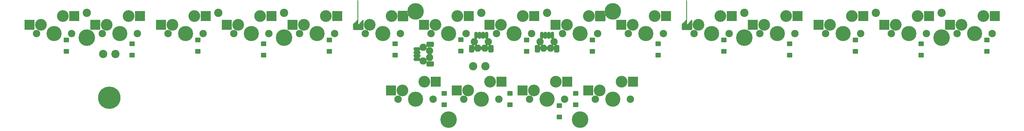
<source format=gbs>
G04 #@! TF.GenerationSoftware,KiCad,Pcbnew,7.0.1-0*
G04 #@! TF.CreationDate,2023-04-11T18:10:33+09:00*
G04 #@! TF.ProjectId,Sandy_Top_with_Plate_Mid,53616e64-795f-4546-9f70-5f776974685f,v.0*
G04 #@! TF.SameCoordinates,Original*
G04 #@! TF.FileFunction,Soldermask,Bot*
G04 #@! TF.FilePolarity,Negative*
%FSLAX46Y46*%
G04 Gerber Fmt 4.6, Leading zero omitted, Abs format (unit mm)*
G04 Created by KiCad (PCBNEW 7.0.1-0) date 2023-04-11 18:10:33*
%MOMM*%
%LPD*%
G01*
G04 APERTURE LIST*
G04 Aperture macros list*
%AMRoundRect*
0 Rectangle with rounded corners*
0 $1 Rounding radius*
0 $2 $3 $4 $5 $6 $7 $8 $9 X,Y pos of 4 corners*
0 Add a 4 corners polygon primitive as box body*
4,1,4,$2,$3,$4,$5,$6,$7,$8,$9,$2,$3,0*
0 Add four circle primitives for the rounded corners*
1,1,$1+$1,$2,$3*
1,1,$1+$1,$4,$5*
1,1,$1+$1,$6,$7*
1,1,$1+$1,$8,$9*
0 Add four rect primitives between the rounded corners*
20,1,$1+$1,$2,$3,$4,$5,0*
20,1,$1+$1,$4,$5,$6,$7,0*
20,1,$1+$1,$6,$7,$8,$9,0*
20,1,$1+$1,$8,$9,$2,$3,0*%
%AMFreePoly0*
4,1,57,1.326539,1.494775,1.368965,1.477201,1.433847,1.433847,1.477201,1.368965,1.494775,1.326539,1.510000,1.250000,1.510000,-1.250000,1.494775,-1.326539,1.477201,-1.368965,1.433847,-1.433847,1.368965,-1.477201,1.326539,-1.494775,1.250000,-1.510000,-1.250000,-1.510000,-1.326539,-1.494775,-1.368965,-1.477201,-1.433847,-1.433847,-1.477201,-1.368965,-1.494775,-1.326539,-1.510000,-1.250000,
-1.510000,0.150000,-1.506375,0.168213,-1.507388,0.186757,-1.496557,0.217547,-1.494762,0.226571,-1.493045,0.230714,-1.492068,0.230309,-1.481490,0.260385,-1.479044,0.264515,-1.477203,0.268961,-1.459488,0.295471,-1.460397,0.296009,-1.458113,0.299868,-1.451973,0.306716,-1.433838,0.333856,-1.418396,0.344171,-1.406000,0.358000,-0.834420,0.786683,-0.356082,1.408525,-0.343294,1.419710,
-0.333856,1.433839,-0.305418,1.452841,-0.297324,1.459922,-0.293764,1.461971,-0.293206,1.461001,-0.268964,1.477201,-0.263076,1.479639,-0.257549,1.482822,-0.229948,1.492152,-0.230376,1.493185,-0.226581,1.494758,-0.216031,1.496857,-0.183614,1.507817,-0.166661,1.506683,-0.150000,1.510000,1.250000,1.510000,1.326539,1.494775,1.326539,1.494775,$1*%
%AMFreePoly1*
4,1,37,1.076539,1.494775,1.118965,1.477201,1.183847,1.433847,1.227201,1.368965,1.244775,1.326539,1.260000,1.250000,1.260000,0.806318,1.486695,0.307589,1.492928,0.280996,1.494770,0.276551,1.499259,0.253985,1.504507,0.231598,1.504669,0.226791,1.510000,0.200000,1.510000,-1.250000,1.494775,-1.326539,1.477201,-1.368965,1.433847,-1.433847,1.368965,-1.477201,1.326539,-1.494775,
1.250000,-1.510000,-1.250000,-1.510000,-1.326539,-1.494775,-1.368965,-1.477201,-1.433847,-1.433847,-1.477201,-1.368965,-1.494775,-1.326539,-1.510000,-1.250000,-1.510000,1.250000,-1.494775,1.326539,-1.477201,1.368965,-1.433847,1.433847,-1.368965,1.477201,-1.326539,1.494775,-1.250000,1.510000,1.000000,1.510000,1.076539,1.494775,1.076539,1.494775,$1*%
G04 Aperture macros list end*
%ADD10C,2.150000*%
%ADD11C,3.400000*%
%ADD12C,4.387800*%
%ADD13RoundRect,0.200000X-1.275000X-1.250000X1.275000X-1.250000X1.275000X1.250000X-1.275000X1.250000X0*%
%ADD14C,6.496000*%
%ADD15FreePoly0,0.000000*%
%ADD16FreePoly1,0.000000*%
%ADD17C,4.800000*%
%ADD18RoundRect,0.200000X0.600000X-0.450000X0.600000X0.450000X-0.600000X0.450000X-0.600000X-0.450000X0*%
%ADD19C,2.400000*%
%ADD20O,2.100000X2.100000*%
%ADD21RoundRect,0.350000X0.150000X0.625000X-0.150000X0.625000X-0.150000X-0.625000X0.150000X-0.625000X0*%
%ADD22RoundRect,0.450000X0.350000X0.650000X-0.350000X0.650000X-0.350000X-0.650000X0.350000X-0.650000X0*%
%ADD23RoundRect,0.350000X-0.625000X0.150000X-0.625000X-0.150000X0.625000X-0.150000X0.625000X0.150000X0*%
%ADD24RoundRect,0.450000X-0.650000X0.350000X-0.650000X-0.350000X0.650000X-0.350000X0.650000X0.350000X0*%
G04 APERTURE END LIST*
D10*
X162425310Y-46053405D03*
D11*
X163695310Y-43513405D03*
D12*
X167505310Y-46053405D03*
D11*
X170045310Y-40973405D03*
D10*
X172585310Y-46053405D03*
D13*
X160420310Y-43513405D03*
X173347310Y-40973405D03*
D10*
X76700310Y-27003405D03*
D11*
X77970310Y-24463405D03*
D12*
X81780310Y-27003405D03*
D11*
X84320310Y-21923405D03*
D10*
X86860310Y-27003405D03*
D13*
X74695310Y-24463405D03*
X87622310Y-21923405D03*
D10*
X124325310Y-46053405D03*
D11*
X125595310Y-43513405D03*
D12*
X129405310Y-46053405D03*
D11*
X131945310Y-40973405D03*
D10*
X134485310Y-46053405D03*
D13*
X122320310Y-43513405D03*
X135247310Y-40973405D03*
D10*
X191000310Y-27003405D03*
D11*
X192270310Y-24463405D03*
D12*
X196080310Y-27003405D03*
D11*
X198620310Y-21923405D03*
D10*
X201160310Y-27003405D03*
D13*
X188995310Y-24463405D03*
X201922310Y-21923405D03*
D14*
X40632310Y-45672405D03*
D10*
X57650310Y-27003405D03*
D11*
X58920310Y-24463405D03*
D12*
X62730310Y-27003405D03*
D11*
X65270310Y-21923405D03*
D10*
X67810310Y-27003405D03*
D13*
X55645310Y-24463405D03*
X68572310Y-21923405D03*
D10*
X152828435Y-27003405D03*
D11*
X154098435Y-24463405D03*
D12*
X157908435Y-27003405D03*
D11*
X160448435Y-21923405D03*
D10*
X162988435Y-27003405D03*
D13*
X150823435Y-24463405D03*
X163750435Y-21923405D03*
D10*
X229100310Y-27003405D03*
D11*
X230370310Y-24463405D03*
D12*
X234180310Y-27003405D03*
D11*
X236720310Y-21923405D03*
D10*
X239260310Y-27003405D03*
D13*
X227095310Y-24463405D03*
X240022310Y-21923405D03*
D10*
X114800310Y-27003405D03*
D11*
X116070310Y-24463405D03*
D12*
X119880310Y-27003405D03*
D11*
X122420310Y-21923405D03*
D10*
X124960310Y-27003405D03*
D15*
X112795310Y-24463405D03*
D16*
X125722310Y-21923405D03*
D10*
X210050310Y-27003405D03*
D11*
X211320310Y-24463405D03*
D12*
X215130310Y-27003405D03*
D11*
X217670310Y-21923405D03*
D10*
X220210310Y-27003405D03*
D15*
X208045310Y-24463405D03*
D13*
X220972310Y-21923405D03*
D17*
X224655310Y-28194030D03*
D10*
X143375310Y-46053405D03*
D11*
X144645310Y-43513405D03*
D12*
X148455310Y-46053405D03*
D11*
X150995310Y-40973405D03*
D10*
X153535310Y-46053405D03*
D13*
X141370310Y-43513405D03*
X154297310Y-40973405D03*
D10*
X248150310Y-27003405D03*
D11*
X249420310Y-24463405D03*
D12*
X253230310Y-27003405D03*
D11*
X255770310Y-21923405D03*
D10*
X258310310Y-27003405D03*
D13*
X246145310Y-24463405D03*
X259072310Y-21923405D03*
D10*
X267200310Y-27003405D03*
D11*
X268470310Y-24463405D03*
D12*
X272280310Y-27003405D03*
D11*
X274820310Y-21923405D03*
D10*
X277360310Y-27003405D03*
D13*
X265195310Y-24463405D03*
X278122310Y-21923405D03*
D17*
X34155310Y-28194030D03*
X186555310Y-20561655D03*
D10*
X19550310Y-27003405D03*
D11*
X20820310Y-24463405D03*
D12*
X24630310Y-27003405D03*
D11*
X27170310Y-21923405D03*
D10*
X29710310Y-27003405D03*
D13*
X17545310Y-24463405D03*
X30472310Y-21923405D03*
D17*
X177030310Y-52006530D03*
X91305310Y-28194030D03*
X138930310Y-52006530D03*
X129405310Y-20561655D03*
D10*
X181475310Y-46053405D03*
D11*
X182745310Y-43513405D03*
D12*
X186555310Y-46053405D03*
D11*
X189095310Y-40973405D03*
D10*
X191635310Y-46053405D03*
D13*
X179470310Y-43513405D03*
X192397310Y-40973405D03*
D10*
X286250310Y-27003405D03*
D11*
X287520310Y-24463405D03*
D12*
X291330310Y-27003405D03*
D11*
X293870310Y-21923405D03*
D10*
X296410310Y-27003405D03*
D13*
X284245310Y-24463405D03*
X297172310Y-21923405D03*
D10*
X133850310Y-27003405D03*
D11*
X135120310Y-24463405D03*
D12*
X138930310Y-27003405D03*
D11*
X141470310Y-21923405D03*
D10*
X144010310Y-27003405D03*
D13*
X131845310Y-24463405D03*
X144772310Y-21923405D03*
D17*
X281805310Y-28194030D03*
D10*
X38600310Y-27003405D03*
D11*
X39870310Y-24463405D03*
D12*
X43680310Y-27003405D03*
D11*
X46220310Y-21923405D03*
D10*
X48760310Y-27003405D03*
D13*
X36595310Y-24463405D03*
X49522310Y-21923405D03*
D10*
X95750310Y-27003405D03*
D11*
X97020310Y-24463405D03*
D12*
X100830310Y-27003405D03*
D11*
X103370310Y-21923405D03*
D10*
X105910310Y-27003405D03*
D13*
X93745310Y-24463405D03*
X106672310Y-21923405D03*
D10*
X171950310Y-27003405D03*
D11*
X173220310Y-24463405D03*
D12*
X177030310Y-27003405D03*
D11*
X179570310Y-21923405D03*
D10*
X182110310Y-27003405D03*
D13*
X169945310Y-24463405D03*
D16*
X182872310Y-21923405D03*
D18*
X85352185Y-33275280D03*
X85352185Y-29975280D03*
D19*
X262755310Y-21050280D03*
D18*
X294902185Y-32225280D03*
X294902185Y-28925280D03*
X237752185Y-33279280D03*
X237752185Y-29979280D03*
X66302185Y-32225280D03*
X66302185Y-28925280D03*
X123452185Y-33279280D03*
X123452185Y-29979280D03*
X104402185Y-32225280D03*
X104402185Y-28925280D03*
X142502185Y-32125280D03*
X142502185Y-28825280D03*
X256802185Y-32225280D03*
X256802185Y-28925280D03*
X137739685Y-47703405D03*
X137739685Y-44403405D03*
X180602185Y-32225280D03*
X180602185Y-28925280D03*
X47252185Y-33275280D03*
X47252185Y-29975280D03*
X275852185Y-33275280D03*
X275852185Y-29975280D03*
X175839685Y-47703405D03*
X175839685Y-44403405D03*
X156789685Y-47703405D03*
X156789685Y-44403405D03*
D20*
X169505310Y-29375280D03*
D21*
X169005310Y-27575280D03*
D20*
X168505310Y-31275280D03*
D21*
X168005310Y-27575280D03*
X167005310Y-27575280D03*
D20*
X166505310Y-31275280D03*
D21*
X166005310Y-27575280D03*
D20*
X165505310Y-29375280D03*
D22*
X170305310Y-31450280D03*
X164705310Y-31450280D03*
D19*
X38917810Y-32956530D03*
X34155310Y-21050280D03*
X148455310Y-21050280D03*
X72255310Y-21059655D03*
X167505310Y-21003405D03*
X149645935Y-36528405D03*
D18*
X218702185Y-32225280D03*
X218702185Y-28925280D03*
D19*
X224655310Y-21050280D03*
D18*
X161552185Y-32225280D03*
X161552185Y-28925280D03*
X199652185Y-33279280D03*
X199652185Y-29979280D03*
D20*
X131586560Y-31003405D03*
D23*
X129786560Y-31503405D03*
D20*
X133486560Y-32003405D03*
D23*
X129786560Y-32503405D03*
X129786560Y-33503405D03*
D20*
X133486560Y-34003405D03*
D23*
X129786560Y-34503405D03*
D20*
X131586560Y-35003405D03*
D24*
X133661560Y-30203405D03*
X133661560Y-35803405D03*
D19*
X281805310Y-21050280D03*
X91305310Y-21050280D03*
X146074060Y-36528405D03*
X42489685Y-32956530D03*
D18*
X28202185Y-32225280D03*
X28202185Y-28925280D03*
X171077185Y-51275280D03*
X171077185Y-47975280D03*
D20*
X150455310Y-29375280D03*
D21*
X149955310Y-27575280D03*
D20*
X149455310Y-31275280D03*
D21*
X148955310Y-27575280D03*
X147955310Y-27575280D03*
D20*
X147455310Y-31275280D03*
D21*
X146955310Y-27575280D03*
D20*
X146455310Y-29375280D03*
D22*
X151255310Y-31450280D03*
X145655310Y-31450280D03*
M02*

</source>
